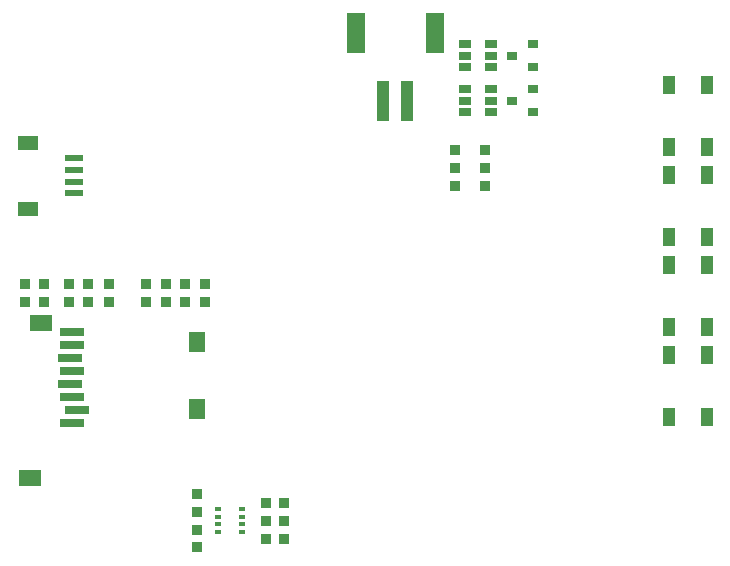
<source format=gbr>
%TF.GenerationSoftware,KiCad,Pcbnew,9.0.4*%
%TF.CreationDate,2026-02-16T08:56:39-05:00*%
%TF.ProjectId,destinationWeatherStation_v4-5,64657374-696e-4617-9469-6f6e57656174,03*%
%TF.SameCoordinates,PX6bcb370PY43d3480*%
%TF.FileFunction,Paste,Top*%
%TF.FilePolarity,Positive*%
%FSLAX46Y46*%
G04 Gerber Fmt 4.6, Leading zero omitted, Abs format (unit mm)*
G04 Created by KiCad (PCBNEW 9.0.4) date 2026-02-16 08:56:39*
%MOMM*%
%LPD*%
G01*
G04 APERTURE LIST*
%ADD10R,0.929000X0.820000*%
%ADD11R,1.000000X1.550000*%
%ADD12R,0.972000X0.802000*%
%ADD13R,0.970000X0.871000*%
%ADD14R,1.500000X3.400000*%
%ADD15R,1.000000X3.500000*%
%ADD16R,1.000000X0.700000*%
%ADD17R,2.000000X0.800000*%
%ADD18R,1.400000X1.800000*%
%ADD19R,1.900000X1.400000*%
%ADD20R,0.820000X0.929000*%
%ADD21R,1.800000X1.200000*%
%ADD22R,1.550000X0.600000*%
%ADD23R,0.500000X0.350000*%
G04 APERTURE END LIST*
D10*
%TO.C,R12*%
X41910000Y-17385000D03*
X41910000Y-15875000D03*
X41910000Y-14365000D03*
%TD*%
%TO.C,R11*%
X39370000Y-17385000D03*
X39370000Y-15875000D03*
X39370000Y-14365000D03*
%TD*%
D11*
%TO.C,SW5*%
X60655000Y-31665000D03*
X60655000Y-36915000D03*
X57455000Y-31665000D03*
X57455000Y-36915000D03*
%TD*%
%TO.C,SW3*%
X60655000Y-16425000D03*
X60655000Y-21675000D03*
X57455000Y-16425000D03*
X57455000Y-21675000D03*
%TD*%
%TO.C,SW2*%
X60655000Y-8805000D03*
X60655000Y-14055000D03*
X57455000Y-8805000D03*
X57455000Y-14055000D03*
%TD*%
D12*
%TO.C,Q2*%
X45970000Y-7300000D03*
X45970000Y-5400000D03*
X44200000Y-6350000D03*
%TD*%
D13*
%TO.C,C2*%
X17526000Y-46482000D03*
X17526000Y-47982000D03*
%TD*%
D14*
%TO.C,J1*%
X37640000Y-4439000D03*
X30940000Y-4439000D03*
D15*
X35290000Y-10189000D03*
X33290000Y-10189000D03*
%TD*%
D16*
%TO.C,Q4*%
X42375000Y-7300000D03*
X42375000Y-6350000D03*
X42375000Y-5400000D03*
X40175000Y-5400000D03*
X40175000Y-6350000D03*
X40175000Y-7300000D03*
%TD*%
D17*
%TO.C,J2*%
X6943000Y-37475000D03*
X7343000Y-36375000D03*
X6943000Y-35275000D03*
X6743000Y-34175000D03*
X6943000Y-33075000D03*
X6743000Y-31975000D03*
X6943000Y-30875000D03*
X6943000Y-29775000D03*
D18*
X17493000Y-30585000D03*
X17493000Y-36285000D03*
D19*
X4343000Y-28985000D03*
X3343000Y-42135000D03*
%TD*%
D11*
%TO.C,SW4*%
X60655000Y-24045000D03*
X60655000Y-29295000D03*
X57455000Y-24045000D03*
X57455000Y-29295000D03*
%TD*%
D20*
%TO.C,R10*%
X24880000Y-47244000D03*
X23370000Y-47244000D03*
%TD*%
D10*
%TO.C,R5*%
X14859000Y-25661000D03*
X14859000Y-27171000D03*
%TD*%
D13*
%TO.C,C4*%
X4572000Y-27166000D03*
X4572000Y-25666000D03*
%TD*%
D10*
%TO.C,R3*%
X8313000Y-25661000D03*
X8313000Y-27171000D03*
%TD*%
D21*
%TO.C,J3*%
X3205000Y-13710000D03*
X3205000Y-19310000D03*
D22*
X7080000Y-15010000D03*
X7080000Y-16010000D03*
X7080000Y-17010000D03*
X7080000Y-18010000D03*
%TD*%
D10*
%TO.C,R1*%
X18161000Y-25661000D03*
X18161000Y-27171000D03*
%TD*%
D23*
%TO.C,U2*%
X21345000Y-44745000D03*
X21345000Y-45395000D03*
X21345000Y-46045000D03*
X21345000Y-46695000D03*
X19295000Y-46695000D03*
X19295000Y-46045000D03*
X19295000Y-45395000D03*
X19295000Y-44745000D03*
%TD*%
D12*
%TO.C,Q1*%
X45970000Y-11110000D03*
X45970000Y-9210000D03*
X44200000Y-10160000D03*
%TD*%
D10*
%TO.C,R2*%
X6662000Y-25661000D03*
X6662000Y-27171000D03*
%TD*%
D20*
%TO.C,R9*%
X24890000Y-45720000D03*
X23380000Y-45720000D03*
%TD*%
D10*
%TO.C,R6*%
X13208000Y-25661000D03*
X13208000Y-27171000D03*
%TD*%
%TO.C,R7*%
X16510000Y-25661000D03*
X16510000Y-27171000D03*
%TD*%
D20*
%TO.C,R8*%
X24890000Y-44196000D03*
X23380000Y-44196000D03*
%TD*%
D13*
%TO.C,C1*%
X17526000Y-43446000D03*
X17526000Y-44946000D03*
%TD*%
D10*
%TO.C,R4*%
X10033000Y-25661000D03*
X10033000Y-27171000D03*
%TD*%
D13*
%TO.C,C3*%
X2921000Y-27166000D03*
X2921000Y-25666000D03*
%TD*%
D16*
%TO.C,Q3*%
X42375000Y-11110000D03*
X42375000Y-10160000D03*
X42375000Y-9210000D03*
X40175000Y-9210000D03*
X40175000Y-10160000D03*
X40175000Y-11110000D03*
%TD*%
M02*

</source>
